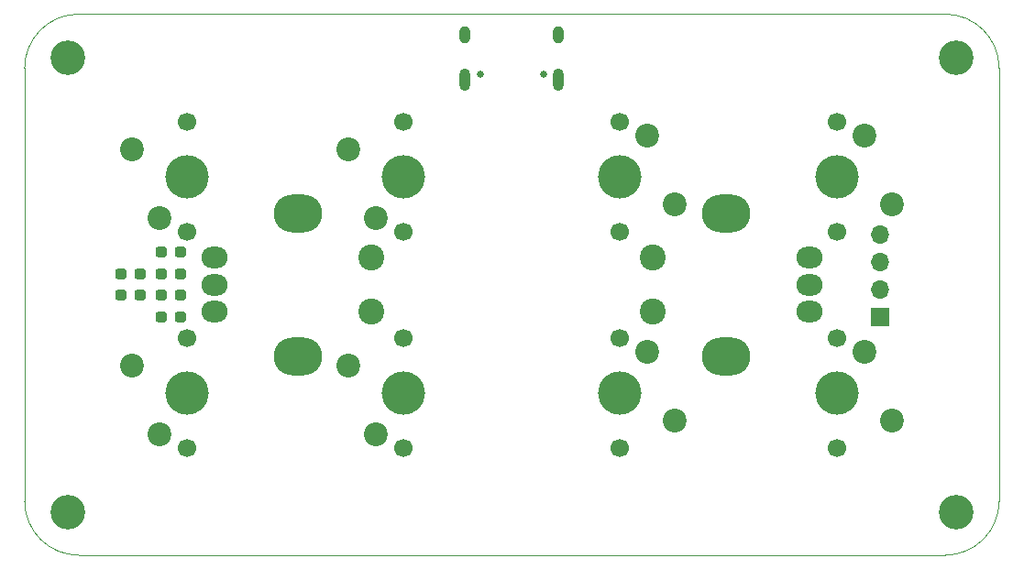
<source format=gts>
G04 #@! TF.GenerationSoftware,KiCad,Pcbnew,(5.99.0-4013-gfd874d834)*
G04 #@! TF.CreationDate,2020-10-14T12:43:32+02:00*
G04 #@! TF.ProjectId,OtterPill,4f747465-7250-4696-9c6c-2e6b69636164,rev?*
G04 #@! TF.SameCoordinates,Original*
G04 #@! TF.FileFunction,Soldermask,Top*
G04 #@! TF.FilePolarity,Negative*
%FSLAX46Y46*%
G04 Gerber Fmt 4.6, Leading zero omitted, Abs format (unit mm)*
G04 Created by KiCad (PCBNEW (5.99.0-4013-gfd874d834)) date 2020-10-14 12:43:32*
%MOMM*%
%LPD*%
G01*
G04 APERTURE LIST*
G04 Aperture macros list*
%AMRoundRect*
0 Rectangle with rounded corners*
0 $1 Rounding radius*
0 $2 $3 $4 $5 $6 $7 $8 $9 X,Y pos of 4 corners*
0 Add a 4 corners polygon primitive as box body*
4,1,4,$2,$3,$4,$5,$6,$7,$8,$9,$2,$3,0*
0 Add four circle primitives for the rounded corners*
1,1,$1+$1,$2,$3,0*
1,1,$1+$1,$4,$5,0*
1,1,$1+$1,$6,$7,0*
1,1,$1+$1,$8,$9,0*
0 Add four rect primitives between the rounded corners*
20,1,$1+$1,$2,$3,$4,$5,0*
20,1,$1+$1,$4,$5,$6,$7,0*
20,1,$1+$1,$6,$7,$8,$9,0*
20,1,$1+$1,$8,$9,$2,$3,0*%
G04 Aperture macros list end*
G04 #@! TA.AperFunction,Profile*
%ADD10C,0.050000*%
G04 #@! TD*
%ADD11RoundRect,0.237500X-0.287500X-0.237500X0.287500X-0.237500X0.287500X0.237500X-0.287500X0.237500X0*%
%ADD12RoundRect,0.237500X0.287500X0.237500X-0.287500X0.237500X-0.287500X-0.237500X0.287500X-0.237500X0*%
%ADD13O,2.400000X2.000000*%
%ADD14C,2.400000*%
%ADD15O,4.500000X3.500000*%
%ADD16C,4.000000*%
%ADD17C,1.700000*%
%ADD18C,2.200000*%
%ADD19C,3.200000*%
%ADD20R,1.700000X1.700000*%
%ADD21O,1.700000X1.700000*%
%ADD22C,0.650000*%
%ADD23O,1.000000X2.100000*%
%ADD24O,1.000000X1.600000*%
G04 APERTURE END LIST*
D10*
X225200000Y-48500000D02*
X225200000Y-88500000D01*
X140200000Y-93500000D02*
G75*
G02*
X135200000Y-88500000I0J5000000D01*
G01*
X220200000Y-43500000D02*
G75*
G02*
X225200000Y-48500000I0J-5000000D01*
G01*
X225200000Y-88500000D02*
G75*
G02*
X220200000Y-93500000I-5000000J0D01*
G01*
X140200000Y-43500000D02*
X220200000Y-43500000D01*
X135200000Y-48500000D02*
G75*
G02*
X140200000Y-43500000I5000000J0D01*
G01*
X135200000Y-88500000D02*
X135200000Y-48500000D01*
X220200000Y-93500000D02*
X140200000Y-93500000D01*
D11*
X147825000Y-69500000D03*
X149575000Y-69500000D03*
D12*
X149575000Y-67500000D03*
X147825000Y-67500000D03*
D11*
X144125000Y-69500000D03*
X145875000Y-69500000D03*
D12*
X149575000Y-71500000D03*
X147825000Y-71500000D03*
D11*
X147825000Y-65500000D03*
X149575000Y-65500000D03*
D12*
X145875000Y-67500000D03*
X144125000Y-67500000D03*
D13*
X152700000Y-66000000D03*
X152700000Y-68500000D03*
X152700000Y-71000000D03*
D14*
X167200000Y-66000000D03*
X167200000Y-71000000D03*
D15*
X160400000Y-75100000D03*
X160400000Y-61900000D03*
D16*
X150200000Y-78500000D03*
D17*
X150200000Y-73420000D03*
X150200000Y-83580000D03*
D18*
X145120000Y-75960000D03*
X147660000Y-82310000D03*
D13*
X207700000Y-71000000D03*
X207700000Y-68500000D03*
X207700000Y-66000000D03*
D14*
X193200000Y-71000000D03*
X193200000Y-66000000D03*
D15*
X200000000Y-61900000D03*
X200000000Y-75100000D03*
D17*
X210200000Y-53420000D03*
D16*
X210200000Y-58500000D03*
D17*
X210200000Y-63580000D03*
D18*
X215280000Y-61040000D03*
X212740000Y-54690000D03*
D17*
X150200000Y-63580000D03*
X150200000Y-53420000D03*
D16*
X150200000Y-58500000D03*
D18*
X145120000Y-55960000D03*
X147660000Y-62310000D03*
D17*
X190200000Y-53420000D03*
D16*
X190200000Y-58500000D03*
D17*
X190200000Y-63580000D03*
D18*
X195280000Y-61040000D03*
X192740000Y-54690000D03*
D17*
X170200000Y-53420000D03*
D16*
X170200000Y-58500000D03*
D17*
X170200000Y-63580000D03*
D18*
X165120000Y-55960000D03*
X167660000Y-62310000D03*
D17*
X190200000Y-73420000D03*
D16*
X190200000Y-78500000D03*
D17*
X190200000Y-83580000D03*
D18*
X195280000Y-81040000D03*
X192740000Y-74690000D03*
D16*
X210200000Y-78500000D03*
D17*
X210200000Y-73420000D03*
X210200000Y-83580000D03*
D18*
X215280000Y-81040000D03*
X212740000Y-74690000D03*
D19*
X221200000Y-89500000D03*
X139200000Y-47500000D03*
X221200000Y-47500000D03*
X139200000Y-89500000D03*
D17*
X170200000Y-73420000D03*
X170200000Y-83580000D03*
D16*
X170200000Y-78500000D03*
D18*
X165120000Y-75960000D03*
X167660000Y-82310000D03*
D20*
X214200000Y-71500000D03*
D21*
X214200000Y-68960000D03*
X214200000Y-66420000D03*
X214200000Y-63880000D03*
D22*
X183090000Y-49055000D03*
X177310000Y-49055000D03*
D23*
X184520000Y-49585000D03*
X175880000Y-49585000D03*
D24*
X184520000Y-45405000D03*
X175880000Y-45405000D03*
M02*

</source>
